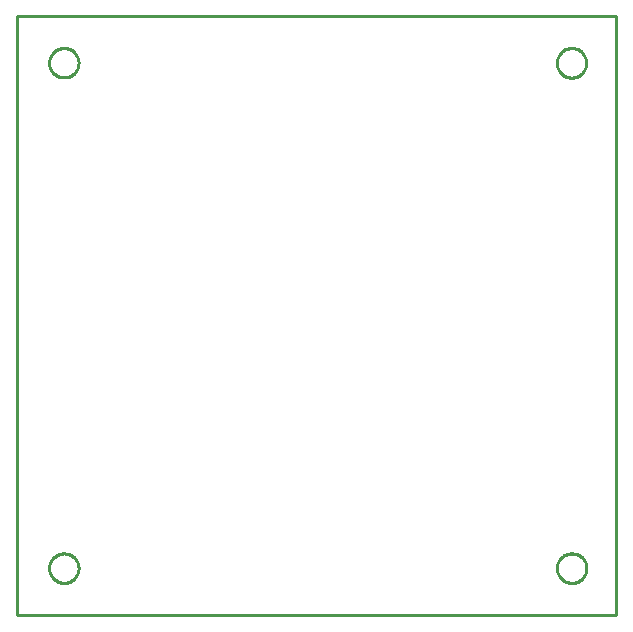
<source format=gbr>
G04 EAGLE Gerber RS-274X export*
G75*
%MOMM*%
%FSLAX34Y34*%
%LPD*%
%IN*%
%IPPOS*%
%AMOC8*
5,1,8,0,0,1.08239X$1,22.5*%
G01*
%ADD10C,0.254000*%


D10*
X0Y0D02*
X507800Y0D01*
X507800Y507240D01*
X0Y507240D01*
X0Y0D01*
X52500Y39509D02*
X52423Y38530D01*
X52269Y37560D01*
X52040Y36604D01*
X51736Y35670D01*
X51361Y34763D01*
X50915Y33888D01*
X50401Y33050D01*
X49824Y32255D01*
X49186Y31508D01*
X48492Y30814D01*
X47745Y30176D01*
X46950Y29599D01*
X46112Y29085D01*
X45237Y28639D01*
X44330Y28264D01*
X43396Y27960D01*
X42441Y27731D01*
X41470Y27577D01*
X40491Y27500D01*
X39509Y27500D01*
X38530Y27577D01*
X37560Y27731D01*
X36604Y27960D01*
X35670Y28264D01*
X34763Y28639D01*
X33888Y29085D01*
X33050Y29599D01*
X32255Y30176D01*
X31508Y30814D01*
X30814Y31508D01*
X30176Y32255D01*
X29599Y33050D01*
X29085Y33888D01*
X28639Y34763D01*
X28264Y35670D01*
X27960Y36604D01*
X27731Y37560D01*
X27577Y38530D01*
X27500Y39509D01*
X27500Y40491D01*
X27577Y41470D01*
X27731Y42441D01*
X27960Y43396D01*
X28264Y44330D01*
X28639Y45237D01*
X29085Y46112D01*
X29599Y46950D01*
X30176Y47745D01*
X30814Y48492D01*
X31508Y49186D01*
X32255Y49824D01*
X33050Y50401D01*
X33888Y50915D01*
X34763Y51361D01*
X35670Y51736D01*
X36604Y52040D01*
X37560Y52269D01*
X38530Y52423D01*
X39509Y52500D01*
X40491Y52500D01*
X41470Y52423D01*
X42441Y52269D01*
X43396Y52040D01*
X44330Y51736D01*
X45237Y51361D01*
X46112Y50915D01*
X46950Y50401D01*
X47745Y49824D01*
X48492Y49186D01*
X49186Y48492D01*
X49824Y47745D01*
X50401Y46950D01*
X50915Y46112D01*
X51361Y45237D01*
X51736Y44330D01*
X52040Y43396D01*
X52269Y42441D01*
X52423Y41470D01*
X52500Y40491D01*
X52500Y39509D01*
X482500Y39509D02*
X482423Y38530D01*
X482269Y37560D01*
X482040Y36604D01*
X481736Y35670D01*
X481361Y34763D01*
X480915Y33888D01*
X480401Y33050D01*
X479824Y32255D01*
X479186Y31508D01*
X478492Y30814D01*
X477745Y30176D01*
X476950Y29599D01*
X476112Y29085D01*
X475237Y28639D01*
X474330Y28264D01*
X473396Y27960D01*
X472441Y27731D01*
X471470Y27577D01*
X470491Y27500D01*
X469509Y27500D01*
X468530Y27577D01*
X467560Y27731D01*
X466604Y27960D01*
X465670Y28264D01*
X464763Y28639D01*
X463888Y29085D01*
X463050Y29599D01*
X462255Y30176D01*
X461508Y30814D01*
X460814Y31508D01*
X460176Y32255D01*
X459599Y33050D01*
X459085Y33888D01*
X458639Y34763D01*
X458264Y35670D01*
X457960Y36604D01*
X457731Y37560D01*
X457577Y38530D01*
X457500Y39509D01*
X457500Y40491D01*
X457577Y41470D01*
X457731Y42441D01*
X457960Y43396D01*
X458264Y44330D01*
X458639Y45237D01*
X459085Y46112D01*
X459599Y46950D01*
X460176Y47745D01*
X460814Y48492D01*
X461508Y49186D01*
X462255Y49824D01*
X463050Y50401D01*
X463888Y50915D01*
X464763Y51361D01*
X465670Y51736D01*
X466604Y52040D01*
X467560Y52269D01*
X468530Y52423D01*
X469509Y52500D01*
X470491Y52500D01*
X471470Y52423D01*
X472441Y52269D01*
X473396Y52040D01*
X474330Y51736D01*
X475237Y51361D01*
X476112Y50915D01*
X476950Y50401D01*
X477745Y49824D01*
X478492Y49186D01*
X479186Y48492D01*
X479824Y47745D01*
X480401Y46950D01*
X480915Y46112D01*
X481361Y45237D01*
X481736Y44330D01*
X482040Y43396D01*
X482269Y42441D01*
X482423Y41470D01*
X482500Y40491D01*
X482500Y39509D01*
X52500Y467477D02*
X52423Y466498D01*
X52269Y465528D01*
X52040Y464572D01*
X51736Y463638D01*
X51361Y462731D01*
X50915Y461856D01*
X50401Y461018D01*
X49824Y460223D01*
X49186Y459476D01*
X48492Y458782D01*
X47745Y458144D01*
X46950Y457567D01*
X46112Y457053D01*
X45237Y456607D01*
X44330Y456232D01*
X43396Y455928D01*
X42441Y455699D01*
X41470Y455545D01*
X40491Y455468D01*
X39509Y455468D01*
X38530Y455545D01*
X37560Y455699D01*
X36604Y455928D01*
X35670Y456232D01*
X34763Y456607D01*
X33888Y457053D01*
X33050Y457567D01*
X32255Y458144D01*
X31508Y458782D01*
X30814Y459476D01*
X30176Y460223D01*
X29599Y461018D01*
X29085Y461856D01*
X28639Y462731D01*
X28264Y463638D01*
X27960Y464572D01*
X27731Y465528D01*
X27577Y466498D01*
X27500Y467477D01*
X27500Y468459D01*
X27577Y469438D01*
X27731Y470409D01*
X27960Y471364D01*
X28264Y472298D01*
X28639Y473205D01*
X29085Y474080D01*
X29599Y474918D01*
X30176Y475713D01*
X30814Y476460D01*
X31508Y477154D01*
X32255Y477792D01*
X33050Y478369D01*
X33888Y478883D01*
X34763Y479329D01*
X35670Y479704D01*
X36604Y480008D01*
X37560Y480237D01*
X38530Y480391D01*
X39509Y480468D01*
X40491Y480468D01*
X41470Y480391D01*
X42441Y480237D01*
X43396Y480008D01*
X44330Y479704D01*
X45237Y479329D01*
X46112Y478883D01*
X46950Y478369D01*
X47745Y477792D01*
X48492Y477154D01*
X49186Y476460D01*
X49824Y475713D01*
X50401Y474918D01*
X50915Y474080D01*
X51361Y473205D01*
X51736Y472298D01*
X52040Y471364D01*
X52269Y470409D01*
X52423Y469438D01*
X52500Y468459D01*
X52500Y467477D01*
X482400Y467377D02*
X482323Y466398D01*
X482169Y465428D01*
X481940Y464472D01*
X481636Y463538D01*
X481261Y462631D01*
X480815Y461756D01*
X480301Y460918D01*
X479724Y460123D01*
X479086Y459376D01*
X478392Y458682D01*
X477645Y458044D01*
X476850Y457467D01*
X476012Y456953D01*
X475137Y456507D01*
X474230Y456132D01*
X473296Y455828D01*
X472341Y455599D01*
X471370Y455445D01*
X470391Y455368D01*
X469409Y455368D01*
X468430Y455445D01*
X467460Y455599D01*
X466504Y455828D01*
X465570Y456132D01*
X464663Y456507D01*
X463788Y456953D01*
X462950Y457467D01*
X462155Y458044D01*
X461408Y458682D01*
X460714Y459376D01*
X460076Y460123D01*
X459499Y460918D01*
X458985Y461756D01*
X458539Y462631D01*
X458164Y463538D01*
X457860Y464472D01*
X457631Y465428D01*
X457477Y466398D01*
X457400Y467377D01*
X457400Y468359D01*
X457477Y469338D01*
X457631Y470309D01*
X457860Y471264D01*
X458164Y472198D01*
X458539Y473105D01*
X458985Y473980D01*
X459499Y474818D01*
X460076Y475613D01*
X460714Y476360D01*
X461408Y477054D01*
X462155Y477692D01*
X462950Y478269D01*
X463788Y478783D01*
X464663Y479229D01*
X465570Y479604D01*
X466504Y479908D01*
X467460Y480137D01*
X468430Y480291D01*
X469409Y480368D01*
X470391Y480368D01*
X471370Y480291D01*
X472341Y480137D01*
X473296Y479908D01*
X474230Y479604D01*
X475137Y479229D01*
X476012Y478783D01*
X476850Y478269D01*
X477645Y477692D01*
X478392Y477054D01*
X479086Y476360D01*
X479724Y475613D01*
X480301Y474818D01*
X480815Y473980D01*
X481261Y473105D01*
X481636Y472198D01*
X481940Y471264D01*
X482169Y470309D01*
X482323Y469338D01*
X482400Y468359D01*
X482400Y467377D01*
M02*

</source>
